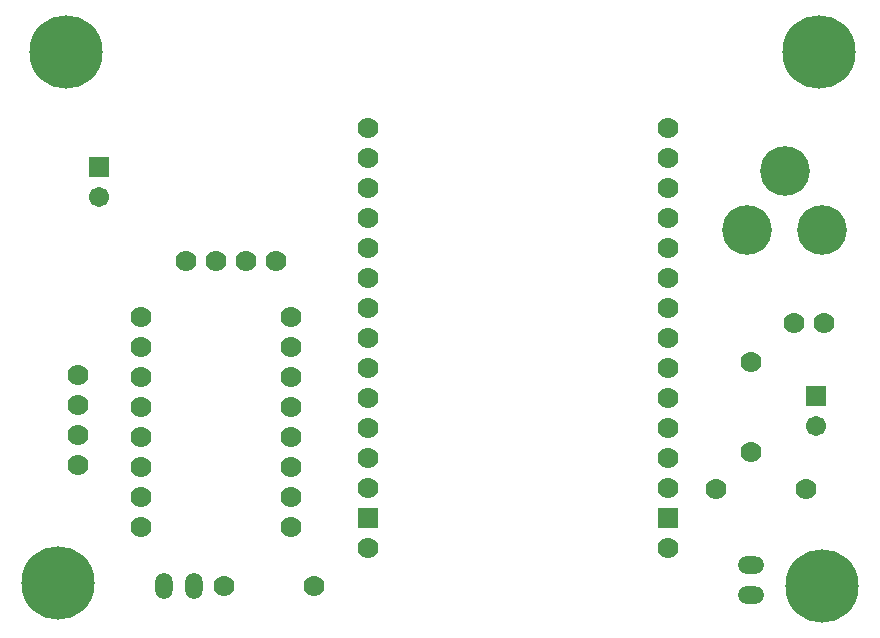
<source format=gts>
G04 Layer_Color=8388736*
%FSLAX25Y25*%
%MOIN*%
G70*
G01*
G75*
%ADD24C,0.07001*%
%ADD25C,0.07000*%
%ADD26R,0.06706X0.06706*%
%ADD27C,0.06706*%
%ADD28O,0.08800X0.05800*%
%ADD29C,0.24422*%
%ADD30C,0.16548*%
%ADD31R,0.07001X0.07001*%
%ADD32O,0.05800X0.08800*%
D24*
X25669Y307913D02*
D03*
Y317913D02*
D03*
Y327913D02*
D03*
Y337913D02*
D03*
X46535Y287244D02*
D03*
Y297244D02*
D03*
Y307244D02*
D03*
Y317244D02*
D03*
Y327244D02*
D03*
Y337244D02*
D03*
Y347244D02*
D03*
Y357244D02*
D03*
X96535D02*
D03*
Y347244D02*
D03*
Y337244D02*
D03*
Y327244D02*
D03*
Y317244D02*
D03*
Y307244D02*
D03*
Y297244D02*
D03*
Y287244D02*
D03*
X61614Y375827D02*
D03*
X71614D02*
D03*
X81614D02*
D03*
X91614D02*
D03*
X122126Y420118D02*
D03*
Y410118D02*
D03*
Y400118D02*
D03*
Y390118D02*
D03*
Y380118D02*
D03*
Y370118D02*
D03*
Y360118D02*
D03*
Y350118D02*
D03*
Y340118D02*
D03*
Y330118D02*
D03*
Y320118D02*
D03*
Y310118D02*
D03*
Y300118D02*
D03*
Y280118D02*
D03*
X222126D02*
D03*
Y300118D02*
D03*
Y310118D02*
D03*
Y320118D02*
D03*
Y330118D02*
D03*
Y340118D02*
D03*
Y350118D02*
D03*
Y360118D02*
D03*
Y370118D02*
D03*
Y380118D02*
D03*
Y390118D02*
D03*
Y400118D02*
D03*
Y410118D02*
D03*
Y420118D02*
D03*
D25*
X74410Y267759D02*
D03*
X104409D02*
D03*
X249879Y312362D02*
D03*
Y342362D02*
D03*
X264173Y355118D02*
D03*
X274173D02*
D03*
X268268Y299839D02*
D03*
X238268D02*
D03*
D26*
X32559Y407323D02*
D03*
X271654Y331102D02*
D03*
D27*
X32559Y397323D02*
D03*
X271654Y321102D02*
D03*
D28*
X250000Y264567D02*
D03*
Y274567D02*
D03*
D29*
X272716Y445709D02*
D03*
X273701Y267559D02*
D03*
X18779Y268543D02*
D03*
X21732Y445709D02*
D03*
D30*
X273504Y386260D02*
D03*
X248701D02*
D03*
X261102Y406102D02*
D03*
D31*
X222126Y290118D02*
D03*
X122126D02*
D03*
D32*
X54213Y267559D02*
D03*
X64213D02*
D03*
M02*

</source>
